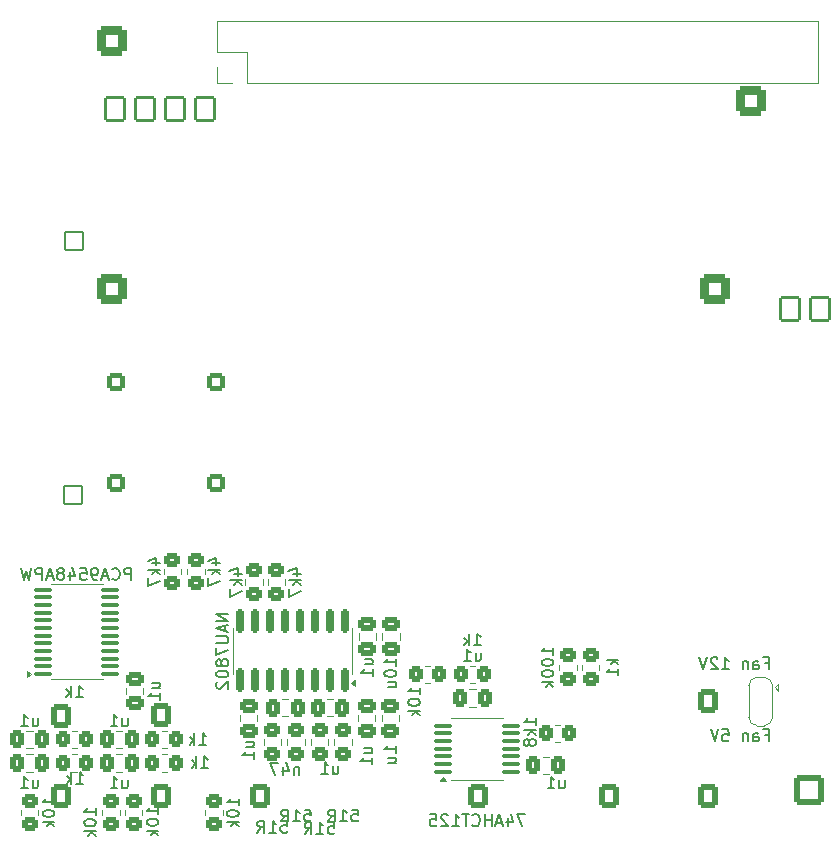
<source format=gbr>
%TF.GenerationSoftware,KiCad,Pcbnew,9.0.3*%
%TF.CreationDate,2025-07-12T01:01:34+02:00*%
%TF.ProjectId,FactoryInABoxHat,46616374-6f72-4794-996e-41426f784861,rev?*%
%TF.SameCoordinates,Original*%
%TF.FileFunction,Legend,Bot*%
%TF.FilePolarity,Positive*%
%FSLAX46Y46*%
G04 Gerber Fmt 4.6, Leading zero omitted, Abs format (unit mm)*
G04 Created by KiCad (PCBNEW 9.0.3) date 2025-07-12 01:01:34*
%MOMM*%
%LPD*%
G01*
G04 APERTURE LIST*
G04 Aperture macros list*
%AMRoundRect*
0 Rectangle with rounded corners*
0 $1 Rounding radius*
0 $2 $3 $4 $5 $6 $7 $8 $9 X,Y pos of 4 corners*
0 Add a 4 corners polygon primitive as box body*
4,1,4,$2,$3,$4,$5,$6,$7,$8,$9,$2,$3,0*
0 Add four circle primitives for the rounded corners*
1,1,$1+$1,$2,$3*
1,1,$1+$1,$4,$5*
1,1,$1+$1,$6,$7*
1,1,$1+$1,$8,$9*
0 Add four rect primitives between the rounded corners*
20,1,$1+$1,$2,$3,$4,$5,0*
20,1,$1+$1,$4,$5,$6,$7,0*
20,1,$1+$1,$6,$7,$8,$9,0*
20,1,$1+$1,$8,$9,$2,$3,0*%
%AMFreePoly0*
4,1,23,0.550000,-0.750000,0.000000,-0.750000,0.000000,-0.745722,-0.065263,-0.745722,-0.191342,-0.711940,-0.304381,-0.646677,-0.396677,-0.554381,-0.461940,-0.441342,-0.495722,-0.315263,-0.495722,-0.250000,-0.500000,-0.250000,-0.500000,0.250000,-0.495722,0.250000,-0.495722,0.315263,-0.461940,0.441342,-0.396677,0.554381,-0.304381,0.646677,-0.191342,0.711940,-0.065263,0.745722,0.000000,0.745722,
0.000000,0.750000,0.550000,0.750000,0.550000,-0.750000,0.550000,-0.750000,$1*%
%AMFreePoly1*
4,1,23,0.000000,0.745722,0.065263,0.745722,0.191342,0.711940,0.304381,0.646677,0.396677,0.554381,0.461940,0.441342,0.495722,0.315263,0.495722,0.250000,0.500000,0.250000,0.500000,-0.250000,0.495722,-0.250000,0.495722,-0.315263,0.461940,-0.441342,0.396677,-0.554381,0.304381,-0.646677,0.191342,-0.711940,0.065263,-0.745722,0.000000,-0.745722,0.000000,-0.750000,-0.550000,-0.750000,
-0.550000,0.750000,0.000000,0.750000,0.000000,0.745722,0.000000,0.745722,$1*%
G04 Aperture macros list end*
%ADD10C,0.150000*%
%ADD11C,0.120000*%
%ADD12RoundRect,0.250000X-0.600000X-0.725000X0.600000X-0.725000X0.600000X0.725000X-0.600000X0.725000X0*%
%ADD13O,1.700000X1.950000*%
%ADD14RoundRect,0.102000X0.965200X0.800000X-0.965200X0.800000X-0.965200X-0.800000X0.965200X-0.800000X0*%
%ADD15C,2.700000*%
%ADD16RoundRect,0.250000X-0.600000X-0.750000X0.600000X-0.750000X0.600000X0.750000X-0.600000X0.750000X0*%
%ADD17O,1.700000X2.000000*%
%ADD18RoundRect,0.250000X0.550000X0.550000X-0.550000X0.550000X-0.550000X-0.550000X0.550000X-0.550000X0*%
%ADD19C,1.600000*%
%ADD20RoundRect,0.102000X0.765000X0.765000X-0.765000X0.765000X-0.765000X-0.765000X0.765000X-0.765000X0*%
%ADD21C,1.734000*%
%ADD22RoundRect,0.250000X-0.550000X-0.550000X0.550000X-0.550000X0.550000X0.550000X-0.550000X0.550000X0*%
%ADD23RoundRect,0.250000X-1.050000X-1.050000X1.050000X-1.050000X1.050000X1.050000X-1.050000X1.050000X0*%
%ADD24C,2.600000*%
%ADD25C,3.000000*%
%ADD26RoundRect,0.381000X0.889000X0.889000X-0.889000X0.889000X-0.889000X-0.889000X0.889000X-0.889000X0*%
%ADD27R,1.905000X2.000000*%
%ADD28O,1.905000X2.000000*%
%ADD29RoundRect,0.102000X0.800000X-0.965200X0.800000X0.965200X-0.800000X0.965200X-0.800000X-0.965200X0*%
%ADD30C,2.800000*%
%ADD31RoundRect,0.250000X-0.725000X0.600000X-0.725000X-0.600000X0.725000X-0.600000X0.725000X0.600000X0*%
%ADD32O,1.950000X1.700000*%
%ADD33RoundRect,0.102000X-0.800000X0.965200X-0.800000X-0.965200X0.800000X-0.965200X0.800000X0.965200X0*%
%ADD34C,2.000000*%
%ADD35R,1.700000X1.700000*%
%ADD36O,1.700000X1.700000*%
%ADD37RoundRect,0.250000X0.350000X0.450000X-0.350000X0.450000X-0.350000X-0.450000X0.350000X-0.450000X0*%
%ADD38RoundRect,0.250000X-0.475000X0.337500X-0.475000X-0.337500X0.475000X-0.337500X0.475000X0.337500X0*%
%ADD39RoundRect,0.250000X-0.450000X0.350000X-0.450000X-0.350000X0.450000X-0.350000X0.450000X0.350000X0*%
%ADD40RoundRect,0.150000X0.150000X-0.850000X0.150000X0.850000X-0.150000X0.850000X-0.150000X-0.850000X0*%
%ADD41RoundRect,0.250000X0.450000X-0.350000X0.450000X0.350000X-0.450000X0.350000X-0.450000X-0.350000X0*%
%ADD42RoundRect,0.250000X0.337500X0.475000X-0.337500X0.475000X-0.337500X-0.475000X0.337500X-0.475000X0*%
%ADD43RoundRect,0.250000X-0.337500X-0.475000X0.337500X-0.475000X0.337500X0.475000X-0.337500X0.475000X0*%
%ADD44RoundRect,0.100000X-0.637500X-0.100000X0.637500X-0.100000X0.637500X0.100000X-0.637500X0.100000X0*%
%ADD45FreePoly0,270.000000*%
%ADD46R,1.500000X1.000000*%
%ADD47FreePoly1,270.000000*%
G04 APERTURE END LIST*
D10*
X53429887Y753991D02*
X53763220Y753991D01*
X53763220Y230181D02*
X53763220Y1230181D01*
X53763220Y1230181D02*
X53287030Y1230181D01*
X52477506Y230181D02*
X52477506Y753991D01*
X52477506Y753991D02*
X52525125Y849229D01*
X52525125Y849229D02*
X52620363Y896848D01*
X52620363Y896848D02*
X52810839Y896848D01*
X52810839Y896848D02*
X52906077Y849229D01*
X52477506Y277800D02*
X52572744Y230181D01*
X52572744Y230181D02*
X52810839Y230181D01*
X52810839Y230181D02*
X52906077Y277800D01*
X52906077Y277800D02*
X52953696Y373039D01*
X52953696Y373039D02*
X52953696Y468277D01*
X52953696Y468277D02*
X52906077Y563515D01*
X52906077Y563515D02*
X52810839Y611134D01*
X52810839Y611134D02*
X52572744Y611134D01*
X52572744Y611134D02*
X52477506Y658753D01*
X52001315Y896848D02*
X52001315Y230181D01*
X52001315Y801610D02*
X51953696Y849229D01*
X51953696Y849229D02*
X51858458Y896848D01*
X51858458Y896848D02*
X51715601Y896848D01*
X51715601Y896848D02*
X51620363Y849229D01*
X51620363Y849229D02*
X51572744Y753991D01*
X51572744Y753991D02*
X51572744Y230181D01*
X49810839Y230181D02*
X50382267Y230181D01*
X50096553Y230181D02*
X50096553Y1230181D01*
X50096553Y1230181D02*
X50191791Y1087324D01*
X50191791Y1087324D02*
X50287029Y992086D01*
X50287029Y992086D02*
X50382267Y944467D01*
X49429886Y1134943D02*
X49382267Y1182562D01*
X49382267Y1182562D02*
X49287029Y1230181D01*
X49287029Y1230181D02*
X49048934Y1230181D01*
X49048934Y1230181D02*
X48953696Y1182562D01*
X48953696Y1182562D02*
X48906077Y1134943D01*
X48906077Y1134943D02*
X48858458Y1039705D01*
X48858458Y1039705D02*
X48858458Y944467D01*
X48858458Y944467D02*
X48906077Y801610D01*
X48906077Y801610D02*
X49477505Y230181D01*
X49477505Y230181D02*
X48858458Y230181D01*
X48572743Y1230181D02*
X48239410Y230181D01*
X48239410Y230181D02*
X47906077Y1230181D01*
X53429887Y-5346009D02*
X53763220Y-5346009D01*
X53763220Y-5869819D02*
X53763220Y-4869819D01*
X53763220Y-4869819D02*
X53287030Y-4869819D01*
X52477506Y-5869819D02*
X52477506Y-5346009D01*
X52477506Y-5346009D02*
X52525125Y-5250771D01*
X52525125Y-5250771D02*
X52620363Y-5203152D01*
X52620363Y-5203152D02*
X52810839Y-5203152D01*
X52810839Y-5203152D02*
X52906077Y-5250771D01*
X52477506Y-5822200D02*
X52572744Y-5869819D01*
X52572744Y-5869819D02*
X52810839Y-5869819D01*
X52810839Y-5869819D02*
X52906077Y-5822200D01*
X52906077Y-5822200D02*
X52953696Y-5726961D01*
X52953696Y-5726961D02*
X52953696Y-5631723D01*
X52953696Y-5631723D02*
X52906077Y-5536485D01*
X52906077Y-5536485D02*
X52810839Y-5488866D01*
X52810839Y-5488866D02*
X52572744Y-5488866D01*
X52572744Y-5488866D02*
X52477506Y-5441247D01*
X52001315Y-5203152D02*
X52001315Y-5869819D01*
X52001315Y-5298390D02*
X51953696Y-5250771D01*
X51953696Y-5250771D02*
X51858458Y-5203152D01*
X51858458Y-5203152D02*
X51715601Y-5203152D01*
X51715601Y-5203152D02*
X51620363Y-5250771D01*
X51620363Y-5250771D02*
X51572744Y-5346009D01*
X51572744Y-5346009D02*
X51572744Y-5869819D01*
X49858458Y-4869819D02*
X50334648Y-4869819D01*
X50334648Y-4869819D02*
X50382267Y-5346009D01*
X50382267Y-5346009D02*
X50334648Y-5298390D01*
X50334648Y-5298390D02*
X50239410Y-5250771D01*
X50239410Y-5250771D02*
X50001315Y-5250771D01*
X50001315Y-5250771D02*
X49906077Y-5298390D01*
X49906077Y-5298390D02*
X49858458Y-5346009D01*
X49858458Y-5346009D02*
X49810839Y-5441247D01*
X49810839Y-5441247D02*
X49810839Y-5679342D01*
X49810839Y-5679342D02*
X49858458Y-5774580D01*
X49858458Y-5774580D02*
X49906077Y-5822200D01*
X49906077Y-5822200D02*
X50001315Y-5869819D01*
X50001315Y-5869819D02*
X50239410Y-5869819D01*
X50239410Y-5869819D02*
X50334648Y-5822200D01*
X50334648Y-5822200D02*
X50382267Y-5774580D01*
X49525124Y-4869819D02*
X49191791Y-5869819D01*
X49191791Y-5869819D02*
X48858458Y-4869819D01*
X34054819Y-4504761D02*
X34054819Y-3933333D01*
X34054819Y-4219047D02*
X33054819Y-4219047D01*
X33054819Y-4219047D02*
X33197676Y-4123809D01*
X33197676Y-4123809D02*
X33292914Y-4028571D01*
X33292914Y-4028571D02*
X33340533Y-3933333D01*
X34054819Y-4933333D02*
X33054819Y-4933333D01*
X33673866Y-5028571D02*
X34054819Y-5314285D01*
X33388152Y-5314285D02*
X33769104Y-4933333D01*
X33483390Y-5885714D02*
X33435771Y-5790476D01*
X33435771Y-5790476D02*
X33388152Y-5742857D01*
X33388152Y-5742857D02*
X33292914Y-5695238D01*
X33292914Y-5695238D02*
X33245295Y-5695238D01*
X33245295Y-5695238D02*
X33150057Y-5742857D01*
X33150057Y-5742857D02*
X33102438Y-5790476D01*
X33102438Y-5790476D02*
X33054819Y-5885714D01*
X33054819Y-5885714D02*
X33054819Y-6076190D01*
X33054819Y-6076190D02*
X33102438Y-6171428D01*
X33102438Y-6171428D02*
X33150057Y-6219047D01*
X33150057Y-6219047D02*
X33245295Y-6266666D01*
X33245295Y-6266666D02*
X33292914Y-6266666D01*
X33292914Y-6266666D02*
X33388152Y-6219047D01*
X33388152Y-6219047D02*
X33435771Y-6171428D01*
X33435771Y-6171428D02*
X33483390Y-6076190D01*
X33483390Y-6076190D02*
X33483390Y-5885714D01*
X33483390Y-5885714D02*
X33531009Y-5790476D01*
X33531009Y-5790476D02*
X33578628Y-5742857D01*
X33578628Y-5742857D02*
X33673866Y-5695238D01*
X33673866Y-5695238D02*
X33864342Y-5695238D01*
X33864342Y-5695238D02*
X33959580Y-5742857D01*
X33959580Y-5742857D02*
X34007200Y-5790476D01*
X34007200Y-5790476D02*
X34054819Y-5885714D01*
X34054819Y-5885714D02*
X34054819Y-6076190D01*
X34054819Y-6076190D02*
X34007200Y-6171428D01*
X34007200Y-6171428D02*
X33959580Y-6219047D01*
X33959580Y-6219047D02*
X33864342Y-6266666D01*
X33864342Y-6266666D02*
X33673866Y-6266666D01*
X33673866Y-6266666D02*
X33578628Y-6219047D01*
X33578628Y-6219047D02*
X33531009Y-6171428D01*
X33531009Y-6171428D02*
X33483390Y-6076190D01*
X19613152Y661905D02*
X20279819Y661905D01*
X19613152Y1090476D02*
X20136961Y1090476D01*
X20136961Y1090476D02*
X20232200Y1042857D01*
X20232200Y1042857D02*
X20279819Y947619D01*
X20279819Y947619D02*
X20279819Y804762D01*
X20279819Y804762D02*
X20232200Y709524D01*
X20232200Y709524D02*
X20184580Y661905D01*
X20279819Y-338095D02*
X20279819Y233333D01*
X20279819Y-52381D02*
X19279819Y-52381D01*
X19279819Y-52381D02*
X19422676Y42857D01*
X19422676Y42857D02*
X19517914Y138095D01*
X19517914Y138095D02*
X19565533Y233333D01*
X22229819Y542858D02*
X22229819Y1114286D01*
X22229819Y828572D02*
X21229819Y828572D01*
X21229819Y828572D02*
X21372676Y923810D01*
X21372676Y923810D02*
X21467914Y1019048D01*
X21467914Y1019048D02*
X21515533Y1114286D01*
X21229819Y-76190D02*
X21229819Y-171428D01*
X21229819Y-171428D02*
X21277438Y-266666D01*
X21277438Y-266666D02*
X21325057Y-314285D01*
X21325057Y-314285D02*
X21420295Y-361904D01*
X21420295Y-361904D02*
X21610771Y-409523D01*
X21610771Y-409523D02*
X21848866Y-409523D01*
X21848866Y-409523D02*
X22039342Y-361904D01*
X22039342Y-361904D02*
X22134580Y-314285D01*
X22134580Y-314285D02*
X22182200Y-266666D01*
X22182200Y-266666D02*
X22229819Y-171428D01*
X22229819Y-171428D02*
X22229819Y-76190D01*
X22229819Y-76190D02*
X22182200Y19048D01*
X22182200Y19048D02*
X22134580Y66667D01*
X22134580Y66667D02*
X22039342Y114286D01*
X22039342Y114286D02*
X21848866Y161905D01*
X21848866Y161905D02*
X21610771Y161905D01*
X21610771Y161905D02*
X21420295Y114286D01*
X21420295Y114286D02*
X21325057Y66667D01*
X21325057Y66667D02*
X21277438Y19048D01*
X21277438Y19048D02*
X21229819Y-76190D01*
X21563152Y-1266666D02*
X22229819Y-1266666D01*
X21563152Y-838095D02*
X22086961Y-838095D01*
X22086961Y-838095D02*
X22182200Y-885714D01*
X22182200Y-885714D02*
X22229819Y-980952D01*
X22229819Y-980952D02*
X22229819Y-1123809D01*
X22229819Y-1123809D02*
X22182200Y-1219047D01*
X22182200Y-1219047D02*
X22134580Y-1266666D01*
X35554819Y1471429D02*
X35554819Y2042857D01*
X35554819Y1757143D02*
X34554819Y1757143D01*
X34554819Y1757143D02*
X34697676Y1852381D01*
X34697676Y1852381D02*
X34792914Y1947619D01*
X34792914Y1947619D02*
X34840533Y2042857D01*
X34554819Y852381D02*
X34554819Y757143D01*
X34554819Y757143D02*
X34602438Y661905D01*
X34602438Y661905D02*
X34650057Y614286D01*
X34650057Y614286D02*
X34745295Y566667D01*
X34745295Y566667D02*
X34935771Y519048D01*
X34935771Y519048D02*
X35173866Y519048D01*
X35173866Y519048D02*
X35364342Y566667D01*
X35364342Y566667D02*
X35459580Y614286D01*
X35459580Y614286D02*
X35507200Y661905D01*
X35507200Y661905D02*
X35554819Y757143D01*
X35554819Y757143D02*
X35554819Y852381D01*
X35554819Y852381D02*
X35507200Y947619D01*
X35507200Y947619D02*
X35459580Y995238D01*
X35459580Y995238D02*
X35364342Y1042857D01*
X35364342Y1042857D02*
X35173866Y1090476D01*
X35173866Y1090476D02*
X34935771Y1090476D01*
X34935771Y1090476D02*
X34745295Y1042857D01*
X34745295Y1042857D02*
X34650057Y995238D01*
X34650057Y995238D02*
X34602438Y947619D01*
X34602438Y947619D02*
X34554819Y852381D01*
X34554819Y-100000D02*
X34554819Y-195238D01*
X34554819Y-195238D02*
X34602438Y-290476D01*
X34602438Y-290476D02*
X34650057Y-338095D01*
X34650057Y-338095D02*
X34745295Y-385714D01*
X34745295Y-385714D02*
X34935771Y-433333D01*
X34935771Y-433333D02*
X35173866Y-433333D01*
X35173866Y-433333D02*
X35364342Y-385714D01*
X35364342Y-385714D02*
X35459580Y-338095D01*
X35459580Y-338095D02*
X35507200Y-290476D01*
X35507200Y-290476D02*
X35554819Y-195238D01*
X35554819Y-195238D02*
X35554819Y-100000D01*
X35554819Y-100000D02*
X35507200Y-4762D01*
X35507200Y-4762D02*
X35459580Y42857D01*
X35459580Y42857D02*
X35364342Y90476D01*
X35364342Y90476D02*
X35173866Y138095D01*
X35173866Y138095D02*
X34935771Y138095D01*
X34935771Y138095D02*
X34745295Y90476D01*
X34745295Y90476D02*
X34650057Y42857D01*
X34650057Y42857D02*
X34602438Y-4762D01*
X34602438Y-4762D02*
X34554819Y-100000D01*
X35554819Y-861905D02*
X34554819Y-861905D01*
X35173866Y-957143D02*
X35554819Y-1242857D01*
X34888152Y-1242857D02*
X35269104Y-861905D01*
X-6695181Y-11304761D02*
X-6695181Y-10733333D01*
X-6695181Y-11019047D02*
X-7695181Y-11019047D01*
X-7695181Y-11019047D02*
X-7552324Y-10923809D01*
X-7552324Y-10923809D02*
X-7457086Y-10828571D01*
X-7457086Y-10828571D02*
X-7409467Y-10733333D01*
X-7695181Y-11923809D02*
X-7695181Y-12019047D01*
X-7695181Y-12019047D02*
X-7647562Y-12114285D01*
X-7647562Y-12114285D02*
X-7599943Y-12161904D01*
X-7599943Y-12161904D02*
X-7504705Y-12209523D01*
X-7504705Y-12209523D02*
X-7314229Y-12257142D01*
X-7314229Y-12257142D02*
X-7076134Y-12257142D01*
X-7076134Y-12257142D02*
X-6885658Y-12209523D01*
X-6885658Y-12209523D02*
X-6790420Y-12161904D01*
X-6790420Y-12161904D02*
X-6742800Y-12114285D01*
X-6742800Y-12114285D02*
X-6695181Y-12019047D01*
X-6695181Y-12019047D02*
X-6695181Y-11923809D01*
X-6695181Y-11923809D02*
X-6742800Y-11828571D01*
X-6742800Y-11828571D02*
X-6790420Y-11780952D01*
X-6790420Y-11780952D02*
X-6885658Y-11733333D01*
X-6885658Y-11733333D02*
X-7076134Y-11685714D01*
X-7076134Y-11685714D02*
X-7314229Y-11685714D01*
X-7314229Y-11685714D02*
X-7504705Y-11733333D01*
X-7504705Y-11733333D02*
X-7599943Y-11780952D01*
X-7599943Y-11780952D02*
X-7647562Y-11828571D01*
X-7647562Y-11828571D02*
X-7695181Y-11923809D01*
X-6695181Y-12685714D02*
X-7695181Y-12685714D01*
X-7076134Y-12780952D02*
X-6695181Y-13066666D01*
X-7361848Y-13066666D02*
X-6980896Y-12685714D01*
X8004819Y4917857D02*
X7004819Y4917857D01*
X7004819Y4917857D02*
X8004819Y4346429D01*
X8004819Y4346429D02*
X7004819Y4346429D01*
X7719104Y3917857D02*
X7719104Y3441667D01*
X8004819Y4013095D02*
X7004819Y3679762D01*
X7004819Y3679762D02*
X8004819Y3346429D01*
X7004819Y3013095D02*
X7814342Y3013095D01*
X7814342Y3013095D02*
X7909580Y2965476D01*
X7909580Y2965476D02*
X7957200Y2917857D01*
X7957200Y2917857D02*
X8004819Y2822619D01*
X8004819Y2822619D02*
X8004819Y2632143D01*
X8004819Y2632143D02*
X7957200Y2536905D01*
X7957200Y2536905D02*
X7909580Y2489286D01*
X7909580Y2489286D02*
X7814342Y2441667D01*
X7814342Y2441667D02*
X7004819Y2441667D01*
X7004819Y2060714D02*
X7004819Y1394048D01*
X7004819Y1394048D02*
X8004819Y1822619D01*
X7433390Y870238D02*
X7385771Y965476D01*
X7385771Y965476D02*
X7338152Y1013095D01*
X7338152Y1013095D02*
X7242914Y1060714D01*
X7242914Y1060714D02*
X7195295Y1060714D01*
X7195295Y1060714D02*
X7100057Y1013095D01*
X7100057Y1013095D02*
X7052438Y965476D01*
X7052438Y965476D02*
X7004819Y870238D01*
X7004819Y870238D02*
X7004819Y679762D01*
X7004819Y679762D02*
X7052438Y584524D01*
X7052438Y584524D02*
X7100057Y536905D01*
X7100057Y536905D02*
X7195295Y489286D01*
X7195295Y489286D02*
X7242914Y489286D01*
X7242914Y489286D02*
X7338152Y536905D01*
X7338152Y536905D02*
X7385771Y584524D01*
X7385771Y584524D02*
X7433390Y679762D01*
X7433390Y679762D02*
X7433390Y870238D01*
X7433390Y870238D02*
X7481009Y965476D01*
X7481009Y965476D02*
X7528628Y1013095D01*
X7528628Y1013095D02*
X7623866Y1060714D01*
X7623866Y1060714D02*
X7814342Y1060714D01*
X7814342Y1060714D02*
X7909580Y1013095D01*
X7909580Y1013095D02*
X7957200Y965476D01*
X7957200Y965476D02*
X8004819Y870238D01*
X8004819Y870238D02*
X8004819Y679762D01*
X8004819Y679762D02*
X7957200Y584524D01*
X7957200Y584524D02*
X7909580Y536905D01*
X7909580Y536905D02*
X7814342Y489286D01*
X7814342Y489286D02*
X7623866Y489286D01*
X7623866Y489286D02*
X7528628Y536905D01*
X7528628Y536905D02*
X7481009Y584524D01*
X7481009Y584524D02*
X7433390Y679762D01*
X7004819Y-129762D02*
X7004819Y-225000D01*
X7004819Y-225000D02*
X7052438Y-320238D01*
X7052438Y-320238D02*
X7100057Y-367857D01*
X7100057Y-367857D02*
X7195295Y-415476D01*
X7195295Y-415476D02*
X7385771Y-463095D01*
X7385771Y-463095D02*
X7623866Y-463095D01*
X7623866Y-463095D02*
X7814342Y-415476D01*
X7814342Y-415476D02*
X7909580Y-367857D01*
X7909580Y-367857D02*
X7957200Y-320238D01*
X7957200Y-320238D02*
X8004819Y-225000D01*
X8004819Y-225000D02*
X8004819Y-129762D01*
X8004819Y-129762D02*
X7957200Y-34524D01*
X7957200Y-34524D02*
X7909580Y13095D01*
X7909580Y13095D02*
X7814342Y60714D01*
X7814342Y60714D02*
X7623866Y108333D01*
X7623866Y108333D02*
X7385771Y108333D01*
X7385771Y108333D02*
X7195295Y60714D01*
X7195295Y60714D02*
X7100057Y13095D01*
X7100057Y13095D02*
X7052438Y-34524D01*
X7052438Y-34524D02*
X7004819Y-129762D01*
X7100057Y-844048D02*
X7052438Y-891667D01*
X7052438Y-891667D02*
X7004819Y-986905D01*
X7004819Y-986905D02*
X7004819Y-1225000D01*
X7004819Y-1225000D02*
X7052438Y-1320238D01*
X7052438Y-1320238D02*
X7100057Y-1367857D01*
X7100057Y-1367857D02*
X7195295Y-1415476D01*
X7195295Y-1415476D02*
X7290533Y-1415476D01*
X7290533Y-1415476D02*
X7433390Y-1367857D01*
X7433390Y-1367857D02*
X8004819Y-796429D01*
X8004819Y-796429D02*
X8004819Y-1415476D01*
X-4880953Y-2154819D02*
X-4309525Y-2154819D01*
X-4595239Y-2154819D02*
X-4595239Y-1154819D01*
X-4595239Y-1154819D02*
X-4500001Y-1297676D01*
X-4500001Y-1297676D02*
X-4404763Y-1392914D01*
X-4404763Y-1392914D02*
X-4309525Y-1440533D01*
X-5309525Y-2154819D02*
X-5309525Y-1154819D01*
X-5404763Y-1773866D02*
X-5690477Y-2154819D01*
X-5690477Y-1488152D02*
X-5309525Y-1869104D01*
X18488095Y-11654819D02*
X18964285Y-11654819D01*
X18964285Y-11654819D02*
X19011904Y-12131009D01*
X19011904Y-12131009D02*
X18964285Y-12083390D01*
X18964285Y-12083390D02*
X18869047Y-12035771D01*
X18869047Y-12035771D02*
X18630952Y-12035771D01*
X18630952Y-12035771D02*
X18535714Y-12083390D01*
X18535714Y-12083390D02*
X18488095Y-12131009D01*
X18488095Y-12131009D02*
X18440476Y-12226247D01*
X18440476Y-12226247D02*
X18440476Y-12464342D01*
X18440476Y-12464342D02*
X18488095Y-12559580D01*
X18488095Y-12559580D02*
X18535714Y-12607200D01*
X18535714Y-12607200D02*
X18630952Y-12654819D01*
X18630952Y-12654819D02*
X18869047Y-12654819D01*
X18869047Y-12654819D02*
X18964285Y-12607200D01*
X18964285Y-12607200D02*
X19011904Y-12559580D01*
X17488095Y-12654819D02*
X18059523Y-12654819D01*
X17773809Y-12654819D02*
X17773809Y-11654819D01*
X17773809Y-11654819D02*
X17869047Y-11797676D01*
X17869047Y-11797676D02*
X17964285Y-11892914D01*
X17964285Y-11892914D02*
X18059523Y-11940533D01*
X16488095Y-12654819D02*
X16821428Y-12178628D01*
X17059523Y-12654819D02*
X17059523Y-11654819D01*
X17059523Y-11654819D02*
X16678571Y-11654819D01*
X16678571Y-11654819D02*
X16583333Y-11702438D01*
X16583333Y-11702438D02*
X16535714Y-11750057D01*
X16535714Y-11750057D02*
X16488095Y-11845295D01*
X16488095Y-11845295D02*
X16488095Y-11988152D01*
X16488095Y-11988152D02*
X16535714Y-12083390D01*
X16535714Y-12083390D02*
X16583333Y-12131009D01*
X16583333Y-12131009D02*
X16678571Y-12178628D01*
X16678571Y-12178628D02*
X17059523Y-12178628D01*
X28961904Y1611848D02*
X28961904Y945181D01*
X29390475Y1611848D02*
X29390475Y1088039D01*
X29390475Y1088039D02*
X29342856Y992800D01*
X29342856Y992800D02*
X29247618Y945181D01*
X29247618Y945181D02*
X29104761Y945181D01*
X29104761Y945181D02*
X29009523Y992800D01*
X29009523Y992800D02*
X28961904Y1040420D01*
X27961904Y945181D02*
X28533332Y945181D01*
X28247618Y945181D02*
X28247618Y1945181D01*
X28247618Y1945181D02*
X28342856Y1802324D01*
X28342856Y1802324D02*
X28438094Y1707086D01*
X28438094Y1707086D02*
X28533332Y1659467D01*
X24254819Y-1904761D02*
X24254819Y-1333333D01*
X24254819Y-1619047D02*
X23254819Y-1619047D01*
X23254819Y-1619047D02*
X23397676Y-1523809D01*
X23397676Y-1523809D02*
X23492914Y-1428571D01*
X23492914Y-1428571D02*
X23540533Y-1333333D01*
X23254819Y-2523809D02*
X23254819Y-2619047D01*
X23254819Y-2619047D02*
X23302438Y-2714285D01*
X23302438Y-2714285D02*
X23350057Y-2761904D01*
X23350057Y-2761904D02*
X23445295Y-2809523D01*
X23445295Y-2809523D02*
X23635771Y-2857142D01*
X23635771Y-2857142D02*
X23873866Y-2857142D01*
X23873866Y-2857142D02*
X24064342Y-2809523D01*
X24064342Y-2809523D02*
X24159580Y-2761904D01*
X24159580Y-2761904D02*
X24207200Y-2714285D01*
X24207200Y-2714285D02*
X24254819Y-2619047D01*
X24254819Y-2619047D02*
X24254819Y-2523809D01*
X24254819Y-2523809D02*
X24207200Y-2428571D01*
X24207200Y-2428571D02*
X24159580Y-2380952D01*
X24159580Y-2380952D02*
X24064342Y-2333333D01*
X24064342Y-2333333D02*
X23873866Y-2285714D01*
X23873866Y-2285714D02*
X23635771Y-2285714D01*
X23635771Y-2285714D02*
X23445295Y-2333333D01*
X23445295Y-2333333D02*
X23350057Y-2380952D01*
X23350057Y-2380952D02*
X23302438Y-2428571D01*
X23302438Y-2428571D02*
X23254819Y-2523809D01*
X24254819Y-3285714D02*
X23254819Y-3285714D01*
X23873866Y-3380952D02*
X24254819Y-3666666D01*
X23588152Y-3666666D02*
X23969104Y-3285714D01*
X36061904Y-9188152D02*
X36061904Y-9854819D01*
X36490475Y-9188152D02*
X36490475Y-9711961D01*
X36490475Y-9711961D02*
X36442856Y-9807200D01*
X36442856Y-9807200D02*
X36347618Y-9854819D01*
X36347618Y-9854819D02*
X36204761Y-9854819D01*
X36204761Y-9854819D02*
X36109523Y-9807200D01*
X36109523Y-9807200D02*
X36061904Y-9759580D01*
X35061904Y-9854819D02*
X35633332Y-9854819D01*
X35347618Y-9854819D02*
X35347618Y-8854819D01*
X35347618Y-8854819D02*
X35442856Y-8997676D01*
X35442856Y-8997676D02*
X35538094Y-9092914D01*
X35538094Y-9092914D02*
X35633332Y-9140533D01*
X16911904Y-7938152D02*
X16911904Y-8604819D01*
X17340475Y-7938152D02*
X17340475Y-8461961D01*
X17340475Y-8461961D02*
X17292856Y-8557200D01*
X17292856Y-8557200D02*
X17197618Y-8604819D01*
X17197618Y-8604819D02*
X17054761Y-8604819D01*
X17054761Y-8604819D02*
X16959523Y-8557200D01*
X16959523Y-8557200D02*
X16911904Y-8509580D01*
X15911904Y-8604819D02*
X16483332Y-8604819D01*
X16197618Y-8604819D02*
X16197618Y-7604819D01*
X16197618Y-7604819D02*
X16292856Y-7747676D01*
X16292856Y-7747676D02*
X16388094Y-7842914D01*
X16388094Y-7842914D02*
X16483332Y-7890533D01*
X28819047Y2245181D02*
X29390475Y2245181D01*
X29104761Y2245181D02*
X29104761Y3245181D01*
X29104761Y3245181D02*
X29199999Y3102324D01*
X29199999Y3102324D02*
X29295237Y3007086D01*
X29295237Y3007086D02*
X29390475Y2959467D01*
X28390475Y2245181D02*
X28390475Y3245181D01*
X28295237Y2626134D02*
X28009523Y2245181D01*
X28009523Y2911848D02*
X28390475Y2530896D01*
X5569047Y-6154819D02*
X6140475Y-6154819D01*
X5854761Y-6154819D02*
X5854761Y-5154819D01*
X5854761Y-5154819D02*
X5949999Y-5297676D01*
X5949999Y-5297676D02*
X6045237Y-5392914D01*
X6045237Y-5392914D02*
X6140475Y-5440533D01*
X5140475Y-6154819D02*
X5140475Y-5154819D01*
X5045237Y-5773866D02*
X4759523Y-6154819D01*
X4759523Y-5488152D02*
X5140475Y-5869104D01*
X1568152Y-1338095D02*
X2234819Y-1338095D01*
X1568152Y-909524D02*
X2091961Y-909524D01*
X2091961Y-909524D02*
X2187200Y-957143D01*
X2187200Y-957143D02*
X2234819Y-1052381D01*
X2234819Y-1052381D02*
X2234819Y-1195238D01*
X2234819Y-1195238D02*
X2187200Y-1290476D01*
X2187200Y-1290476D02*
X2139580Y-1338095D01*
X2234819Y-2338095D02*
X2234819Y-1766667D01*
X2234819Y-2052381D02*
X1234819Y-2052381D01*
X1234819Y-2052381D02*
X1377676Y-1957143D01*
X1377676Y-1957143D02*
X1472914Y-1861905D01*
X1472914Y-1861905D02*
X1520533Y-1766667D01*
X-8538096Y-9168152D02*
X-8538096Y-9834819D01*
X-8109525Y-9168152D02*
X-8109525Y-9691961D01*
X-8109525Y-9691961D02*
X-8157144Y-9787200D01*
X-8157144Y-9787200D02*
X-8252382Y-9834819D01*
X-8252382Y-9834819D02*
X-8395239Y-9834819D01*
X-8395239Y-9834819D02*
X-8490477Y-9787200D01*
X-8490477Y-9787200D02*
X-8538096Y-9739580D01*
X-9538096Y-9834819D02*
X-8966668Y-9834819D01*
X-9252382Y-9834819D02*
X-9252382Y-8834819D01*
X-9252382Y-8834819D02*
X-9157144Y-8977676D01*
X-9157144Y-8977676D02*
X-9061906Y-9072914D01*
X-9061906Y-9072914D02*
X-8966668Y-9120533D01*
X5719047Y-8154819D02*
X6290475Y-8154819D01*
X6004761Y-8154819D02*
X6004761Y-7154819D01*
X6004761Y-7154819D02*
X6099999Y-7297676D01*
X6099999Y-7297676D02*
X6195237Y-7392914D01*
X6195237Y-7392914D02*
X6290475Y-7440533D01*
X5290475Y-8154819D02*
X5290475Y-7154819D01*
X5195237Y-7773866D02*
X4909523Y-8154819D01*
X4909523Y-7488152D02*
X5290475Y-7869104D01*
X12488095Y-12604819D02*
X12964285Y-12604819D01*
X12964285Y-12604819D02*
X13011904Y-13081009D01*
X13011904Y-13081009D02*
X12964285Y-13033390D01*
X12964285Y-13033390D02*
X12869047Y-12985771D01*
X12869047Y-12985771D02*
X12630952Y-12985771D01*
X12630952Y-12985771D02*
X12535714Y-13033390D01*
X12535714Y-13033390D02*
X12488095Y-13081009D01*
X12488095Y-13081009D02*
X12440476Y-13176247D01*
X12440476Y-13176247D02*
X12440476Y-13414342D01*
X12440476Y-13414342D02*
X12488095Y-13509580D01*
X12488095Y-13509580D02*
X12535714Y-13557200D01*
X12535714Y-13557200D02*
X12630952Y-13604819D01*
X12630952Y-13604819D02*
X12869047Y-13604819D01*
X12869047Y-13604819D02*
X12964285Y-13557200D01*
X12964285Y-13557200D02*
X13011904Y-13509580D01*
X11488095Y-13604819D02*
X12059523Y-13604819D01*
X11773809Y-13604819D02*
X11773809Y-12604819D01*
X11773809Y-12604819D02*
X11869047Y-12747676D01*
X11869047Y-12747676D02*
X11964285Y-12842914D01*
X11964285Y-12842914D02*
X12059523Y-12890533D01*
X10488095Y-13604819D02*
X10821428Y-13128628D01*
X11059523Y-13604819D02*
X11059523Y-12604819D01*
X11059523Y-12604819D02*
X10678571Y-12604819D01*
X10678571Y-12604819D02*
X10583333Y-12652438D01*
X10583333Y-12652438D02*
X10535714Y-12700057D01*
X10535714Y-12700057D02*
X10488095Y-12795295D01*
X10488095Y-12795295D02*
X10488095Y-12938152D01*
X10488095Y-12938152D02*
X10535714Y-13033390D01*
X10535714Y-13033390D02*
X10583333Y-13081009D01*
X10583333Y-13081009D02*
X10678571Y-13128628D01*
X10678571Y-13128628D02*
X11059523Y-13128628D01*
X8488152Y8290477D02*
X9154819Y8290477D01*
X8107200Y8528572D02*
X8821485Y8766667D01*
X8821485Y8766667D02*
X8821485Y8147620D01*
X9154819Y7766667D02*
X8154819Y7766667D01*
X8773866Y7671429D02*
X9154819Y7385715D01*
X8488152Y7385715D02*
X8869104Y7766667D01*
X8154819Y7052381D02*
X8154819Y6385715D01*
X8154819Y6385715D02*
X9154819Y6814286D01*
X-3195181Y-12104761D02*
X-3195181Y-11533333D01*
X-3195181Y-11819047D02*
X-4195181Y-11819047D01*
X-4195181Y-11819047D02*
X-4052324Y-11723809D01*
X-4052324Y-11723809D02*
X-3957086Y-11628571D01*
X-3957086Y-11628571D02*
X-3909467Y-11533333D01*
X-4195181Y-12723809D02*
X-4195181Y-12819047D01*
X-4195181Y-12819047D02*
X-4147562Y-12914285D01*
X-4147562Y-12914285D02*
X-4099943Y-12961904D01*
X-4099943Y-12961904D02*
X-4004705Y-13009523D01*
X-4004705Y-13009523D02*
X-3814229Y-13057142D01*
X-3814229Y-13057142D02*
X-3576134Y-13057142D01*
X-3576134Y-13057142D02*
X-3385658Y-13009523D01*
X-3385658Y-13009523D02*
X-3290420Y-12961904D01*
X-3290420Y-12961904D02*
X-3242800Y-12914285D01*
X-3242800Y-12914285D02*
X-3195181Y-12819047D01*
X-3195181Y-12819047D02*
X-3195181Y-12723809D01*
X-3195181Y-12723809D02*
X-3242800Y-12628571D01*
X-3242800Y-12628571D02*
X-3290420Y-12580952D01*
X-3290420Y-12580952D02*
X-3385658Y-12533333D01*
X-3385658Y-12533333D02*
X-3576134Y-12485714D01*
X-3576134Y-12485714D02*
X-3814229Y-12485714D01*
X-3814229Y-12485714D02*
X-4004705Y-12533333D01*
X-4004705Y-12533333D02*
X-4099943Y-12580952D01*
X-4099943Y-12580952D02*
X-4147562Y-12628571D01*
X-4147562Y-12628571D02*
X-4195181Y-12723809D01*
X-3195181Y-13485714D02*
X-4195181Y-13485714D01*
X-3576134Y-13580952D02*
X-3195181Y-13866666D01*
X-3861848Y-13866666D02*
X-3480896Y-13485714D01*
X14016666Y-8038152D02*
X14016666Y-8704819D01*
X14016666Y-8133390D02*
X13969047Y-8085771D01*
X13969047Y-8085771D02*
X13873809Y-8038152D01*
X13873809Y-8038152D02*
X13730952Y-8038152D01*
X13730952Y-8038152D02*
X13635714Y-8085771D01*
X13635714Y-8085771D02*
X13588095Y-8181009D01*
X13588095Y-8181009D02*
X13588095Y-8704819D01*
X12683333Y-8038152D02*
X12683333Y-8704819D01*
X12921428Y-7657200D02*
X13159523Y-8371485D01*
X13159523Y-8371485D02*
X12540476Y-8371485D01*
X12254761Y-7704819D02*
X11588095Y-7704819D01*
X11588095Y-7704819D02*
X12016666Y-8704819D01*
X6669189Y9190477D02*
X7335856Y9190477D01*
X6288237Y9428572D02*
X7002522Y9666667D01*
X7002522Y9666667D02*
X7002522Y9047620D01*
X7335856Y8666667D02*
X6335856Y8666667D01*
X6954903Y8571429D02*
X7335856Y8285715D01*
X6669189Y8285715D02*
X7050141Y8666667D01*
X6335856Y7952381D02*
X6335856Y7285715D01*
X6335856Y7285715D02*
X7335856Y7714286D01*
X1569189Y9190477D02*
X2235856Y9190477D01*
X1188237Y9428572D02*
X1902522Y9666667D01*
X1902522Y9666667D02*
X1902522Y9047620D01*
X2235856Y8666667D02*
X1235856Y8666667D01*
X1854903Y8571429D02*
X2235856Y8285715D01*
X1569189Y8285715D02*
X1950141Y8666667D01*
X1235856Y7952381D02*
X1235856Y7285715D01*
X1235856Y7285715D02*
X2235856Y7714286D01*
X13488152Y8290477D02*
X14154819Y8290477D01*
X13107200Y8528572D02*
X13821485Y8766667D01*
X13821485Y8766667D02*
X13821485Y8147620D01*
X14154819Y7766667D02*
X13154819Y7766667D01*
X13773866Y7671429D02*
X14154819Y7385715D01*
X13488152Y7385715D02*
X13869104Y7766667D01*
X13154819Y7052381D02*
X13154819Y6385715D01*
X13154819Y6385715D02*
X14154819Y6814286D01*
X-4830953Y-9454819D02*
X-4259525Y-9454819D01*
X-4545239Y-9454819D02*
X-4545239Y-8454819D01*
X-4545239Y-8454819D02*
X-4450001Y-8597676D01*
X-4450001Y-8597676D02*
X-4354763Y-8692914D01*
X-4354763Y-8692914D02*
X-4259525Y-8740533D01*
X-5259525Y-9454819D02*
X-5259525Y-8454819D01*
X-5354763Y-9073866D02*
X-5640477Y-9454819D01*
X-5640477Y-8788152D02*
X-5259525Y-9169104D01*
X33171428Y-12054819D02*
X32504762Y-12054819D01*
X32504762Y-12054819D02*
X32933333Y-13054819D01*
X31695238Y-12388152D02*
X31695238Y-13054819D01*
X31933333Y-12007200D02*
X32171428Y-12721485D01*
X32171428Y-12721485D02*
X31552381Y-12721485D01*
X31219047Y-12769104D02*
X30742857Y-12769104D01*
X31314285Y-13054819D02*
X30980952Y-12054819D01*
X30980952Y-12054819D02*
X30647619Y-13054819D01*
X30314285Y-13054819D02*
X30314285Y-12054819D01*
X30314285Y-12531009D02*
X29742857Y-12531009D01*
X29742857Y-13054819D02*
X29742857Y-12054819D01*
X28695238Y-12959580D02*
X28742857Y-13007200D01*
X28742857Y-13007200D02*
X28885714Y-13054819D01*
X28885714Y-13054819D02*
X28980952Y-13054819D01*
X28980952Y-13054819D02*
X29123809Y-13007200D01*
X29123809Y-13007200D02*
X29219047Y-12911961D01*
X29219047Y-12911961D02*
X29266666Y-12816723D01*
X29266666Y-12816723D02*
X29314285Y-12626247D01*
X29314285Y-12626247D02*
X29314285Y-12483390D01*
X29314285Y-12483390D02*
X29266666Y-12292914D01*
X29266666Y-12292914D02*
X29219047Y-12197676D01*
X29219047Y-12197676D02*
X29123809Y-12102438D01*
X29123809Y-12102438D02*
X28980952Y-12054819D01*
X28980952Y-12054819D02*
X28885714Y-12054819D01*
X28885714Y-12054819D02*
X28742857Y-12102438D01*
X28742857Y-12102438D02*
X28695238Y-12150057D01*
X28409523Y-12054819D02*
X27838095Y-12054819D01*
X28123809Y-13054819D02*
X28123809Y-12054819D01*
X26980952Y-13054819D02*
X27552380Y-13054819D01*
X27266666Y-13054819D02*
X27266666Y-12054819D01*
X27266666Y-12054819D02*
X27361904Y-12197676D01*
X27361904Y-12197676D02*
X27457142Y-12292914D01*
X27457142Y-12292914D02*
X27552380Y-12340533D01*
X26599999Y-12150057D02*
X26552380Y-12102438D01*
X26552380Y-12102438D02*
X26457142Y-12054819D01*
X26457142Y-12054819D02*
X26219047Y-12054819D01*
X26219047Y-12054819D02*
X26123809Y-12102438D01*
X26123809Y-12102438D02*
X26076190Y-12150057D01*
X26076190Y-12150057D02*
X26028571Y-12245295D01*
X26028571Y-12245295D02*
X26028571Y-12340533D01*
X26028571Y-12340533D02*
X26076190Y-12483390D01*
X26076190Y-12483390D02*
X26647618Y-13054819D01*
X26647618Y-13054819D02*
X26028571Y-13054819D01*
X25123809Y-12054819D02*
X25599999Y-12054819D01*
X25599999Y-12054819D02*
X25647618Y-12531009D01*
X25647618Y-12531009D02*
X25599999Y-12483390D01*
X25599999Y-12483390D02*
X25504761Y-12435771D01*
X25504761Y-12435771D02*
X25266666Y-12435771D01*
X25266666Y-12435771D02*
X25171428Y-12483390D01*
X25171428Y-12483390D02*
X25123809Y-12531009D01*
X25123809Y-12531009D02*
X25076190Y-12626247D01*
X25076190Y-12626247D02*
X25076190Y-12864342D01*
X25076190Y-12864342D02*
X25123809Y-12959580D01*
X25123809Y-12959580D02*
X25171428Y-13007200D01*
X25171428Y-13007200D02*
X25266666Y-13054819D01*
X25266666Y-13054819D02*
X25504761Y-13054819D01*
X25504761Y-13054819D02*
X25599999Y-13007200D01*
X25599999Y-13007200D02*
X25647618Y-12959580D01*
X22204819Y-6833333D02*
X22204819Y-6261905D01*
X22204819Y-6547619D02*
X21204819Y-6547619D01*
X21204819Y-6547619D02*
X21347676Y-6452381D01*
X21347676Y-6452381D02*
X21442914Y-6357143D01*
X21442914Y-6357143D02*
X21490533Y-6261905D01*
X21538152Y-7690476D02*
X22204819Y-7690476D01*
X21538152Y-7261905D02*
X22061961Y-7261905D01*
X22061961Y-7261905D02*
X22157200Y-7309524D01*
X22157200Y-7309524D02*
X22204819Y-7404762D01*
X22204819Y-7404762D02*
X22204819Y-7547619D01*
X22204819Y-7547619D02*
X22157200Y-7642857D01*
X22157200Y-7642857D02*
X22109580Y-7690476D01*
X-938096Y-9168152D02*
X-938096Y-9834819D01*
X-509525Y-9168152D02*
X-509525Y-9691961D01*
X-509525Y-9691961D02*
X-557144Y-9787200D01*
X-557144Y-9787200D02*
X-652382Y-9834819D01*
X-652382Y-9834819D02*
X-795239Y-9834819D01*
X-795239Y-9834819D02*
X-890477Y-9787200D01*
X-890477Y-9787200D02*
X-938096Y-9739580D01*
X-1938096Y-9834819D02*
X-1366668Y-9834819D01*
X-1652382Y-9834819D02*
X-1652382Y-8834819D01*
X-1652382Y-8834819D02*
X-1557144Y-8977676D01*
X-1557144Y-8977676D02*
X-1461906Y-9072914D01*
X-1461906Y-9072914D02*
X-1366668Y-9120533D01*
X19538152Y-6838095D02*
X20204819Y-6838095D01*
X19538152Y-6409524D02*
X20061961Y-6409524D01*
X20061961Y-6409524D02*
X20157200Y-6457143D01*
X20157200Y-6457143D02*
X20204819Y-6552381D01*
X20204819Y-6552381D02*
X20204819Y-6695238D01*
X20204819Y-6695238D02*
X20157200Y-6790476D01*
X20157200Y-6790476D02*
X20109580Y-6838095D01*
X20204819Y-7838095D02*
X20204819Y-7266667D01*
X20204819Y-7552381D02*
X19204819Y-7552381D01*
X19204819Y-7552381D02*
X19347676Y-7457143D01*
X19347676Y-7457143D02*
X19442914Y-7361905D01*
X19442914Y-7361905D02*
X19490533Y-7266667D01*
X14488095Y-11654819D02*
X14964285Y-11654819D01*
X14964285Y-11654819D02*
X15011904Y-12131009D01*
X15011904Y-12131009D02*
X14964285Y-12083390D01*
X14964285Y-12083390D02*
X14869047Y-12035771D01*
X14869047Y-12035771D02*
X14630952Y-12035771D01*
X14630952Y-12035771D02*
X14535714Y-12083390D01*
X14535714Y-12083390D02*
X14488095Y-12131009D01*
X14488095Y-12131009D02*
X14440476Y-12226247D01*
X14440476Y-12226247D02*
X14440476Y-12464342D01*
X14440476Y-12464342D02*
X14488095Y-12559580D01*
X14488095Y-12559580D02*
X14535714Y-12607200D01*
X14535714Y-12607200D02*
X14630952Y-12654819D01*
X14630952Y-12654819D02*
X14869047Y-12654819D01*
X14869047Y-12654819D02*
X14964285Y-12607200D01*
X14964285Y-12607200D02*
X15011904Y-12559580D01*
X13488095Y-12654819D02*
X14059523Y-12654819D01*
X13773809Y-12654819D02*
X13773809Y-11654819D01*
X13773809Y-11654819D02*
X13869047Y-11797676D01*
X13869047Y-11797676D02*
X13964285Y-11892914D01*
X13964285Y-11892914D02*
X14059523Y-11940533D01*
X12488095Y-12654819D02*
X12821428Y-12178628D01*
X13059523Y-12654819D02*
X13059523Y-11654819D01*
X13059523Y-11654819D02*
X12678571Y-11654819D01*
X12678571Y-11654819D02*
X12583333Y-11702438D01*
X12583333Y-11702438D02*
X12535714Y-11750057D01*
X12535714Y-11750057D02*
X12488095Y-11845295D01*
X12488095Y-11845295D02*
X12488095Y-11988152D01*
X12488095Y-11988152D02*
X12535714Y-12083390D01*
X12535714Y-12083390D02*
X12583333Y-12131009D01*
X12583333Y-12131009D02*
X12678571Y-12178628D01*
X12678571Y-12178628D02*
X13059523Y-12178628D01*
X2104819Y-12054761D02*
X2104819Y-11483333D01*
X2104819Y-11769047D02*
X1104819Y-11769047D01*
X1104819Y-11769047D02*
X1247676Y-11673809D01*
X1247676Y-11673809D02*
X1342914Y-11578571D01*
X1342914Y-11578571D02*
X1390533Y-11483333D01*
X1104819Y-12673809D02*
X1104819Y-12769047D01*
X1104819Y-12769047D02*
X1152438Y-12864285D01*
X1152438Y-12864285D02*
X1200057Y-12911904D01*
X1200057Y-12911904D02*
X1295295Y-12959523D01*
X1295295Y-12959523D02*
X1485771Y-13007142D01*
X1485771Y-13007142D02*
X1723866Y-13007142D01*
X1723866Y-13007142D02*
X1914342Y-12959523D01*
X1914342Y-12959523D02*
X2009580Y-12911904D01*
X2009580Y-12911904D02*
X2057200Y-12864285D01*
X2057200Y-12864285D02*
X2104819Y-12769047D01*
X2104819Y-12769047D02*
X2104819Y-12673809D01*
X2104819Y-12673809D02*
X2057200Y-12578571D01*
X2057200Y-12578571D02*
X2009580Y-12530952D01*
X2009580Y-12530952D02*
X1914342Y-12483333D01*
X1914342Y-12483333D02*
X1723866Y-12435714D01*
X1723866Y-12435714D02*
X1485771Y-12435714D01*
X1485771Y-12435714D02*
X1295295Y-12483333D01*
X1295295Y-12483333D02*
X1200057Y-12530952D01*
X1200057Y-12530952D02*
X1152438Y-12578571D01*
X1152438Y-12578571D02*
X1104819Y-12673809D01*
X2104819Y-13435714D02*
X1104819Y-13435714D01*
X1723866Y-13530952D02*
X2104819Y-13816666D01*
X1438152Y-13816666D02*
X1819104Y-13435714D01*
X-938096Y-3938152D02*
X-938096Y-4604819D01*
X-509525Y-3938152D02*
X-509525Y-4461961D01*
X-509525Y-4461961D02*
X-557144Y-4557200D01*
X-557144Y-4557200D02*
X-652382Y-4604819D01*
X-652382Y-4604819D02*
X-795239Y-4604819D01*
X-795239Y-4604819D02*
X-890477Y-4557200D01*
X-890477Y-4557200D02*
X-938096Y-4509580D01*
X-1938096Y-4604819D02*
X-1366668Y-4604819D01*
X-1652382Y-4604819D02*
X-1652382Y-3604819D01*
X-1652382Y-3604819D02*
X-1557144Y-3747676D01*
X-1557144Y-3747676D02*
X-1461906Y-3842914D01*
X-1461906Y-3842914D02*
X-1366668Y-3890533D01*
X-217263Y7795181D02*
X-217263Y8795181D01*
X-217263Y8795181D02*
X-598215Y8795181D01*
X-598215Y8795181D02*
X-693453Y8747562D01*
X-693453Y8747562D02*
X-741072Y8699943D01*
X-741072Y8699943D02*
X-788691Y8604705D01*
X-788691Y8604705D02*
X-788691Y8461848D01*
X-788691Y8461848D02*
X-741072Y8366610D01*
X-741072Y8366610D02*
X-693453Y8318991D01*
X-693453Y8318991D02*
X-598215Y8271372D01*
X-598215Y8271372D02*
X-217263Y8271372D01*
X-1788691Y7890420D02*
X-1741072Y7842800D01*
X-1741072Y7842800D02*
X-1598215Y7795181D01*
X-1598215Y7795181D02*
X-1502977Y7795181D01*
X-1502977Y7795181D02*
X-1360120Y7842800D01*
X-1360120Y7842800D02*
X-1264882Y7938039D01*
X-1264882Y7938039D02*
X-1217263Y8033277D01*
X-1217263Y8033277D02*
X-1169644Y8223753D01*
X-1169644Y8223753D02*
X-1169644Y8366610D01*
X-1169644Y8366610D02*
X-1217263Y8557086D01*
X-1217263Y8557086D02*
X-1264882Y8652324D01*
X-1264882Y8652324D02*
X-1360120Y8747562D01*
X-1360120Y8747562D02*
X-1502977Y8795181D01*
X-1502977Y8795181D02*
X-1598215Y8795181D01*
X-1598215Y8795181D02*
X-1741072Y8747562D01*
X-1741072Y8747562D02*
X-1788691Y8699943D01*
X-2169644Y8080896D02*
X-2645834Y8080896D01*
X-2074406Y7795181D02*
X-2407739Y8795181D01*
X-2407739Y8795181D02*
X-2741072Y7795181D01*
X-3122025Y7795181D02*
X-3312501Y7795181D01*
X-3312501Y7795181D02*
X-3407739Y7842800D01*
X-3407739Y7842800D02*
X-3455358Y7890420D01*
X-3455358Y7890420D02*
X-3550596Y8033277D01*
X-3550596Y8033277D02*
X-3598215Y8223753D01*
X-3598215Y8223753D02*
X-3598215Y8604705D01*
X-3598215Y8604705D02*
X-3550596Y8699943D01*
X-3550596Y8699943D02*
X-3502977Y8747562D01*
X-3502977Y8747562D02*
X-3407739Y8795181D01*
X-3407739Y8795181D02*
X-3217263Y8795181D01*
X-3217263Y8795181D02*
X-3122025Y8747562D01*
X-3122025Y8747562D02*
X-3074406Y8699943D01*
X-3074406Y8699943D02*
X-3026787Y8604705D01*
X-3026787Y8604705D02*
X-3026787Y8366610D01*
X-3026787Y8366610D02*
X-3074406Y8271372D01*
X-3074406Y8271372D02*
X-3122025Y8223753D01*
X-3122025Y8223753D02*
X-3217263Y8176134D01*
X-3217263Y8176134D02*
X-3407739Y8176134D01*
X-3407739Y8176134D02*
X-3502977Y8223753D01*
X-3502977Y8223753D02*
X-3550596Y8271372D01*
X-3550596Y8271372D02*
X-3598215Y8366610D01*
X-4502977Y8795181D02*
X-4026787Y8795181D01*
X-4026787Y8795181D02*
X-3979168Y8318991D01*
X-3979168Y8318991D02*
X-4026787Y8366610D01*
X-4026787Y8366610D02*
X-4122025Y8414229D01*
X-4122025Y8414229D02*
X-4360120Y8414229D01*
X-4360120Y8414229D02*
X-4455358Y8366610D01*
X-4455358Y8366610D02*
X-4502977Y8318991D01*
X-4502977Y8318991D02*
X-4550596Y8223753D01*
X-4550596Y8223753D02*
X-4550596Y7985658D01*
X-4550596Y7985658D02*
X-4502977Y7890420D01*
X-4502977Y7890420D02*
X-4455358Y7842800D01*
X-4455358Y7842800D02*
X-4360120Y7795181D01*
X-4360120Y7795181D02*
X-4122025Y7795181D01*
X-4122025Y7795181D02*
X-4026787Y7842800D01*
X-4026787Y7842800D02*
X-3979168Y7890420D01*
X-5407739Y8461848D02*
X-5407739Y7795181D01*
X-5169644Y8842800D02*
X-4931549Y8128515D01*
X-4931549Y8128515D02*
X-5550596Y8128515D01*
X-6074406Y8366610D02*
X-5979168Y8414229D01*
X-5979168Y8414229D02*
X-5931549Y8461848D01*
X-5931549Y8461848D02*
X-5883930Y8557086D01*
X-5883930Y8557086D02*
X-5883930Y8604705D01*
X-5883930Y8604705D02*
X-5931549Y8699943D01*
X-5931549Y8699943D02*
X-5979168Y8747562D01*
X-5979168Y8747562D02*
X-6074406Y8795181D01*
X-6074406Y8795181D02*
X-6264882Y8795181D01*
X-6264882Y8795181D02*
X-6360120Y8747562D01*
X-6360120Y8747562D02*
X-6407739Y8699943D01*
X-6407739Y8699943D02*
X-6455358Y8604705D01*
X-6455358Y8604705D02*
X-6455358Y8557086D01*
X-6455358Y8557086D02*
X-6407739Y8461848D01*
X-6407739Y8461848D02*
X-6360120Y8414229D01*
X-6360120Y8414229D02*
X-6264882Y8366610D01*
X-6264882Y8366610D02*
X-6074406Y8366610D01*
X-6074406Y8366610D02*
X-5979168Y8318991D01*
X-5979168Y8318991D02*
X-5931549Y8271372D01*
X-5931549Y8271372D02*
X-5883930Y8176134D01*
X-5883930Y8176134D02*
X-5883930Y7985658D01*
X-5883930Y7985658D02*
X-5931549Y7890420D01*
X-5931549Y7890420D02*
X-5979168Y7842800D01*
X-5979168Y7842800D02*
X-6074406Y7795181D01*
X-6074406Y7795181D02*
X-6264882Y7795181D01*
X-6264882Y7795181D02*
X-6360120Y7842800D01*
X-6360120Y7842800D02*
X-6407739Y7890420D01*
X-6407739Y7890420D02*
X-6455358Y7985658D01*
X-6455358Y7985658D02*
X-6455358Y8176134D01*
X-6455358Y8176134D02*
X-6407739Y8271372D01*
X-6407739Y8271372D02*
X-6360120Y8318991D01*
X-6360120Y8318991D02*
X-6264882Y8366610D01*
X-6836311Y8080896D02*
X-7312501Y8080896D01*
X-6741073Y7795181D02*
X-7074406Y8795181D01*
X-7074406Y8795181D02*
X-7407739Y7795181D01*
X-7741073Y7795181D02*
X-7741073Y8795181D01*
X-7741073Y8795181D02*
X-8122025Y8795181D01*
X-8122025Y8795181D02*
X-8217263Y8747562D01*
X-8217263Y8747562D02*
X-8264882Y8699943D01*
X-8264882Y8699943D02*
X-8312501Y8604705D01*
X-8312501Y8604705D02*
X-8312501Y8461848D01*
X-8312501Y8461848D02*
X-8264882Y8366610D01*
X-8264882Y8366610D02*
X-8217263Y8318991D01*
X-8217263Y8318991D02*
X-8122025Y8271372D01*
X-8122025Y8271372D02*
X-7741073Y8271372D01*
X-8645835Y8795181D02*
X-8883930Y7795181D01*
X-8883930Y7795181D02*
X-9074406Y8509467D01*
X-9074406Y8509467D02*
X-9264882Y7795181D01*
X-9264882Y7795181D02*
X-9502977Y8795181D01*
X-8538096Y-3938152D02*
X-8538096Y-4604819D01*
X-8109525Y-3938152D02*
X-8109525Y-4461961D01*
X-8109525Y-4461961D02*
X-8157144Y-4557200D01*
X-8157144Y-4557200D02*
X-8252382Y-4604819D01*
X-8252382Y-4604819D02*
X-8395239Y-4604819D01*
X-8395239Y-4604819D02*
X-8490477Y-4557200D01*
X-8490477Y-4557200D02*
X-8538096Y-4509580D01*
X-9538096Y-4604819D02*
X-8966668Y-4604819D01*
X-9252382Y-4604819D02*
X-9252382Y-3604819D01*
X-9252382Y-3604819D02*
X-9157144Y-3747676D01*
X-9157144Y-3747676D02*
X-9061906Y-3842914D01*
X-9061906Y-3842914D02*
X-8966668Y-3890533D01*
X9538152Y-6338095D02*
X10204819Y-6338095D01*
X9538152Y-5909524D02*
X10061961Y-5909524D01*
X10061961Y-5909524D02*
X10157200Y-5957143D01*
X10157200Y-5957143D02*
X10204819Y-6052381D01*
X10204819Y-6052381D02*
X10204819Y-6195238D01*
X10204819Y-6195238D02*
X10157200Y-6290476D01*
X10157200Y-6290476D02*
X10109580Y-6338095D01*
X10204819Y-7338095D02*
X10204819Y-6766667D01*
X10204819Y-7052381D02*
X9204819Y-7052381D01*
X9204819Y-7052381D02*
X9347676Y-6957143D01*
X9347676Y-6957143D02*
X9442914Y-6861905D01*
X9442914Y-6861905D02*
X9490533Y-6766667D01*
X41054819Y1042857D02*
X40054819Y1042857D01*
X40673866Y947619D02*
X41054819Y661905D01*
X40388152Y661905D02*
X40769104Y1042857D01*
X41054819Y-290476D02*
X41054819Y280952D01*
X41054819Y-4762D02*
X40054819Y-4762D01*
X40054819Y-4762D02*
X40197676Y90476D01*
X40197676Y90476D02*
X40292914Y185714D01*
X40292914Y185714D02*
X40340533Y280952D01*
X16488095Y-12704819D02*
X16964285Y-12704819D01*
X16964285Y-12704819D02*
X17011904Y-13181009D01*
X17011904Y-13181009D02*
X16964285Y-13133390D01*
X16964285Y-13133390D02*
X16869047Y-13085771D01*
X16869047Y-13085771D02*
X16630952Y-13085771D01*
X16630952Y-13085771D02*
X16535714Y-13133390D01*
X16535714Y-13133390D02*
X16488095Y-13181009D01*
X16488095Y-13181009D02*
X16440476Y-13276247D01*
X16440476Y-13276247D02*
X16440476Y-13514342D01*
X16440476Y-13514342D02*
X16488095Y-13609580D01*
X16488095Y-13609580D02*
X16535714Y-13657200D01*
X16535714Y-13657200D02*
X16630952Y-13704819D01*
X16630952Y-13704819D02*
X16869047Y-13704819D01*
X16869047Y-13704819D02*
X16964285Y-13657200D01*
X16964285Y-13657200D02*
X17011904Y-13609580D01*
X15488095Y-13704819D02*
X16059523Y-13704819D01*
X15773809Y-13704819D02*
X15773809Y-12704819D01*
X15773809Y-12704819D02*
X15869047Y-12847676D01*
X15869047Y-12847676D02*
X15964285Y-12942914D01*
X15964285Y-12942914D02*
X16059523Y-12990533D01*
X14488095Y-13704819D02*
X14821428Y-13228628D01*
X15059523Y-13704819D02*
X15059523Y-12704819D01*
X15059523Y-12704819D02*
X14678571Y-12704819D01*
X14678571Y-12704819D02*
X14583333Y-12752438D01*
X14583333Y-12752438D02*
X14535714Y-12800057D01*
X14535714Y-12800057D02*
X14488095Y-12895295D01*
X14488095Y-12895295D02*
X14488095Y-13038152D01*
X14488095Y-13038152D02*
X14535714Y-13133390D01*
X14535714Y-13133390D02*
X14583333Y-13181009D01*
X14583333Y-13181009D02*
X14678571Y-13228628D01*
X14678571Y-13228628D02*
X15059523Y-13228628D01*
X8904819Y-11304761D02*
X8904819Y-10733333D01*
X8904819Y-11019047D02*
X7904819Y-11019047D01*
X7904819Y-11019047D02*
X8047676Y-10923809D01*
X8047676Y-10923809D02*
X8142914Y-10828571D01*
X8142914Y-10828571D02*
X8190533Y-10733333D01*
X7904819Y-11923809D02*
X7904819Y-12019047D01*
X7904819Y-12019047D02*
X7952438Y-12114285D01*
X7952438Y-12114285D02*
X8000057Y-12161904D01*
X8000057Y-12161904D02*
X8095295Y-12209523D01*
X8095295Y-12209523D02*
X8285771Y-12257142D01*
X8285771Y-12257142D02*
X8523866Y-12257142D01*
X8523866Y-12257142D02*
X8714342Y-12209523D01*
X8714342Y-12209523D02*
X8809580Y-12161904D01*
X8809580Y-12161904D02*
X8857200Y-12114285D01*
X8857200Y-12114285D02*
X8904819Y-12019047D01*
X8904819Y-12019047D02*
X8904819Y-11923809D01*
X8904819Y-11923809D02*
X8857200Y-11828571D01*
X8857200Y-11828571D02*
X8809580Y-11780952D01*
X8809580Y-11780952D02*
X8714342Y-11733333D01*
X8714342Y-11733333D02*
X8523866Y-11685714D01*
X8523866Y-11685714D02*
X8285771Y-11685714D01*
X8285771Y-11685714D02*
X8095295Y-11733333D01*
X8095295Y-11733333D02*
X8000057Y-11780952D01*
X8000057Y-11780952D02*
X7952438Y-11828571D01*
X7952438Y-11828571D02*
X7904819Y-11923809D01*
X8904819Y-12685714D02*
X7904819Y-12685714D01*
X8523866Y-12780952D02*
X8904819Y-13066666D01*
X8238152Y-13066666D02*
X8619104Y-12685714D01*
D11*
%TO.C,J1*%
X7040000Y55100000D02*
X7040000Y52500000D01*
X7040000Y55100000D02*
X57960000Y55100000D01*
X7040000Y52500000D02*
X9640000Y52500000D01*
X7040000Y51230000D02*
X7040000Y49900000D01*
X7040000Y49900000D02*
X8370000Y49900000D01*
X9640000Y52500000D02*
X9640000Y49900000D01*
X9640000Y49900000D02*
X57960000Y49900000D01*
X57960000Y55100000D02*
X57960000Y49900000D01*
%TO.C,R2*%
X36127064Y-4465000D02*
X35672936Y-4465000D01*
X36127064Y-5935000D02*
X35672936Y-5935000D01*
%TO.C,C16*%
X19065000Y3261252D02*
X19065000Y2738748D01*
X20535000Y3261252D02*
X20535000Y2738748D01*
%TO.C,C17*%
X21065000Y3261252D02*
X21065000Y2738748D01*
X22535000Y3261252D02*
X22535000Y2738748D01*
%TO.C,R3*%
X36065000Y627064D02*
X36065000Y172936D01*
X37535000Y627064D02*
X37535000Y172936D01*
%TO.C,R9*%
X-9535000Y-11672936D02*
X-9535000Y-12127064D01*
X-8065000Y-11672936D02*
X-8065000Y-12127064D01*
%TO.C,U3*%
X8390000Y1775000D02*
X8390000Y3725000D01*
X8390000Y1775000D02*
X8390000Y-175000D01*
X18510000Y1775000D02*
X18510000Y3725000D01*
X18510000Y1775000D02*
X18510000Y-175000D01*
X18785000Y-1190000D02*
X18455000Y-950000D01*
X18785000Y-710000D01*
X18785000Y-1190000D01*
G36*
X18785000Y-1190000D02*
G01*
X18455000Y-950000D01*
X18785000Y-710000D01*
X18785000Y-1190000D01*
G37*
%TO.C,R10*%
X-4772936Y-4965000D02*
X-5227064Y-4965000D01*
X-4772936Y-6435000D02*
X-5227064Y-6435000D01*
%TO.C,R4*%
X17015000Y-6152064D02*
X17015000Y-5697936D01*
X18485000Y-6152064D02*
X18485000Y-5697936D01*
%TO.C,C10*%
X28961252Y-1465000D02*
X28438748Y-1465000D01*
X28961252Y-2935000D02*
X28438748Y-2935000D01*
%TO.C,R16*%
X25127064Y535000D02*
X24672936Y535000D01*
X25127064Y-935000D02*
X24672936Y-935000D01*
%TO.C,C20*%
X34638748Y-7165000D02*
X35161252Y-7165000D01*
X34638748Y-8635000D02*
X35161252Y-8635000D01*
%TO.C,C18*%
X16911252Y-2290000D02*
X16388748Y-2290000D01*
X16911252Y-3760000D02*
X16388748Y-3760000D01*
%TO.C,R15*%
X28927064Y535000D02*
X28472936Y535000D01*
X28927064Y-935000D02*
X28472936Y-935000D01*
%TO.C,R8*%
X2827064Y-4965000D02*
X2372936Y-4965000D01*
X2827064Y-6435000D02*
X2372936Y-6435000D01*
%TO.C,C11*%
X-635000Y-1338748D02*
X-635000Y-1861252D01*
X835000Y-1338748D02*
X835000Y-1861252D01*
%TO.C,C8*%
X-8538748Y-6965000D02*
X-9061252Y-6965000D01*
X-8538748Y-8435000D02*
X-9061252Y-8435000D01*
%TO.C,R14*%
X2827064Y-6965000D02*
X2372936Y-6965000D01*
X2827064Y-8435000D02*
X2372936Y-8435000D01*
%TO.C,R17*%
X11015000Y-6152064D02*
X11015000Y-5697936D01*
X12485000Y-6152064D02*
X12485000Y-5697936D01*
%TO.C,R20*%
X9465000Y7827064D02*
X9465000Y7372936D01*
X10935000Y7827064D02*
X10935000Y7372936D01*
%TO.C,R11*%
X-2635000Y-11672936D02*
X-2635000Y-12127064D01*
X-1165000Y-11672936D02*
X-1165000Y-12127064D01*
%TO.C,C19*%
X13111252Y-2290000D02*
X12588748Y-2290000D01*
X13111252Y-3760000D02*
X12588748Y-3760000D01*
%TO.C,R18*%
X4565000Y8277842D02*
X4565000Y8731970D01*
X6035000Y8277842D02*
X6035000Y8731970D01*
%TO.C,R19*%
X2565000Y8272936D02*
X2565000Y8727064D01*
X4035000Y8272936D02*
X4035000Y8727064D01*
%TO.C,R21*%
X11365000Y7827064D02*
X11365000Y7372936D01*
X12835000Y7827064D02*
X12835000Y7372936D01*
%TO.C,R12*%
X-4772936Y-6965000D02*
X-5227064Y-6965000D01*
X-4772936Y-8435000D02*
X-5227064Y-8435000D01*
%TO.C,U4*%
X29100000Y-3890000D02*
X26900000Y-3890000D01*
X29100000Y-3890000D02*
X31300000Y-3890000D01*
X29100000Y-9110000D02*
X26900000Y-9110000D01*
X29100000Y-9110000D02*
X31300000Y-9110000D01*
X26440000Y-9240000D02*
X25960000Y-9240000D01*
X26200000Y-8910000D01*
X26440000Y-9240000D01*
G36*
X26440000Y-9240000D02*
G01*
X25960000Y-9240000D01*
X26200000Y-8910000D01*
X26440000Y-9240000D01*
G37*
%TO.C,C15*%
X21015000Y-3663748D02*
X21015000Y-4186252D01*
X22485000Y-3663748D02*
X22485000Y-4186252D01*
%TO.C,C9*%
X-938748Y-6965000D02*
X-1461252Y-6965000D01*
X-938748Y-8435000D02*
X-1461252Y-8435000D01*
%TO.C,C14*%
X19015000Y-3663748D02*
X19015000Y-4186252D01*
X20485000Y-3663748D02*
X20485000Y-4186252D01*
%TO.C,R6*%
X13015000Y-6152064D02*
X13015000Y-5697936D01*
X14485000Y-6152064D02*
X14485000Y-5697936D01*
%TO.C,R7*%
X-735000Y-11672936D02*
X-735000Y-12127064D01*
X735000Y-11672936D02*
X735000Y-12127064D01*
%TO.C,C3*%
X-938748Y-4965000D02*
X-1461252Y-4965000D01*
X-938748Y-6435000D02*
X-1461252Y-6435000D01*
%TO.C,U8*%
X-4812500Y7435000D02*
X-7012500Y7435000D01*
X-4812500Y7435000D02*
X-2612500Y7435000D01*
X-4812500Y-635000D02*
X-7012500Y-635000D01*
X-4812500Y-635000D02*
X-2612500Y-635000D01*
X-8672500Y-175000D02*
X-9002500Y-415000D01*
X-9002500Y65000D01*
X-8672500Y-175000D01*
G36*
X-8672500Y-175000D02*
G01*
X-9002500Y-415000D01*
X-9002500Y65000D01*
X-8672500Y-175000D01*
G37*
%TO.C,JP1*%
X52100000Y-1100000D02*
X52100000Y-3900000D01*
X52800000Y-4550000D02*
X53400000Y-4550000D01*
X53400000Y-450000D02*
X52800000Y-450000D01*
X54100000Y-3900000D02*
X54100000Y-1100000D01*
X54300000Y-1300000D02*
X54600000Y-1000000D01*
X54300000Y-1300000D02*
X54600000Y-1600000D01*
X54600000Y-1000000D02*
X54600000Y-1600000D01*
X52100000Y-1150000D02*
G75*
G02*
X52800000Y-450000I699999J1D01*
G01*
X52800000Y-4550000D02*
G75*
G02*
X52100000Y-3850000I0J700000D01*
G01*
X53400000Y-450000D02*
G75*
G02*
X54100000Y-1150000I1J-699999D01*
G01*
X54100000Y-3850000D02*
G75*
G02*
X53400000Y-4550000I-700000J0D01*
G01*
%TO.C,C7*%
X-8538748Y-4965000D02*
X-9061252Y-4965000D01*
X-8538748Y-6435000D02*
X-9061252Y-6435000D01*
%TO.C,C13*%
X9015000Y-3663748D02*
X9015000Y-4186252D01*
X10485000Y-3663748D02*
X10485000Y-4186252D01*
%TO.C,R1*%
X37965000Y172936D02*
X37965000Y627064D01*
X39435000Y172936D02*
X39435000Y627064D01*
%TO.C,R5*%
X15015000Y-6152064D02*
X15015000Y-5697936D01*
X16485000Y-6152064D02*
X16485000Y-5697936D01*
%TO.C,R13*%
X6065000Y-11672936D02*
X6065000Y-12127064D01*
X7535000Y-11672936D02*
X7535000Y-12127064D01*
%TD*%
%LPC*%
%TO.C,JP1*%
G36*
X52350000Y-1750000D02*
G01*
X53850000Y-1750000D01*
X53850000Y-3250000D01*
X52350000Y-3250000D01*
X52350000Y-1750000D01*
G37*
%TD*%
D12*
%TO.C,J9*%
X-22000000Y9900000D03*
D13*
X-19500000Y9900000D03*
X-17000000Y9900000D03*
X-14500000Y9900000D03*
X-12000000Y9900000D03*
%TD*%
D14*
%TO.C,U5*%
X62900000Y8790000D03*
X62900000Y13870000D03*
X62900000Y11330000D03*
X62900000Y16410000D03*
%TD*%
D15*
%TO.C,MH2*%
X61500000Y52500000D03*
%TD*%
D12*
%TO.C,J3*%
X10700000Y-10500000D03*
D13*
X13200000Y-10500000D03*
X15700000Y-10500000D03*
X18200000Y-10500000D03*
X20700000Y-10500000D03*
X23200000Y-10500000D03*
%TD*%
D12*
%TO.C,J19*%
X-22000000Y-10500000D03*
D13*
X-19500000Y-10500000D03*
X-17000000Y-10500000D03*
X-14500000Y-10500000D03*
X-12000000Y-10500000D03*
%TD*%
D16*
%TO.C,J7*%
X40250000Y-10475000D03*
D17*
X42750000Y-10475000D03*
%TD*%
D16*
%TO.C,J11*%
X48650000Y-2475000D03*
D17*
X51150000Y-2475000D03*
%TD*%
D18*
%TO.C,C4*%
X-21600000Y16200000D03*
D19*
X-24100000Y16200000D03*
%TD*%
D20*
%TO.C,U2*%
X-5050000Y36510000D03*
D21*
X-5050000Y39050000D03*
X-5050000Y41590000D03*
X-5050000Y44130000D03*
X-5050000Y46670000D03*
X-5050000Y49210000D03*
X-5050000Y51750000D03*
X-5050000Y54290000D03*
X-17750000Y54290000D03*
X-17750000Y51750000D03*
X-17750000Y49210000D03*
X-17750000Y46670000D03*
X-17750000Y44130000D03*
X-17750000Y41590000D03*
X-17750000Y39050000D03*
X-17750000Y36510000D03*
%TD*%
D22*
%TO.C,C12*%
X-1500000Y16000000D03*
D19*
X3500000Y16000000D03*
%TD*%
D12*
%TO.C,J2*%
X29200000Y-10500000D03*
D13*
X31700000Y-10500000D03*
X34200000Y-10500000D03*
%TD*%
D18*
%TO.C,C5*%
X-22517620Y37300000D03*
D19*
X-25017620Y37300000D03*
%TD*%
D23*
%TO.C,J15*%
X57200000Y-10000000D03*
D24*
X62280000Y-10000000D03*
%TD*%
D25*
%TO.C,DC-DC_PI5*%
X43900000Y33300000D03*
X3500000Y52500000D03*
D26*
X49200000Y32400000D03*
X52275000Y48361000D03*
X-1800000Y53400000D03*
X-1800000Y32400000D03*
%TD*%
D16*
%TO.C,J20*%
X-6100000Y-3700000D03*
D17*
X-3600000Y-3700000D03*
%TD*%
D22*
%TO.C,C1*%
X6997349Y16000000D03*
D19*
X11997349Y16000000D03*
%TD*%
D27*
%TO.C,Q3*%
X36700000Y-2600000D03*
D28*
X39240000Y-2600000D03*
X41780000Y-2600000D03*
%TD*%
D29*
%TO.C,U6*%
X55590000Y30754500D03*
X60670000Y30754500D03*
X58130000Y30754500D03*
X63210000Y30754500D03*
%TD*%
D22*
%TO.C,C6*%
X6997349Y24550000D03*
D19*
X11997349Y24550000D03*
%TD*%
D16*
%TO.C,J10*%
X48650000Y-10475000D03*
D17*
X51150000Y-10475000D03*
%TD*%
D15*
%TO.C,MH3*%
X3500000Y3500000D03*
%TD*%
%TO.C,MH1*%
X3500000Y52500000D03*
%TD*%
D30*
%TO.C,M1*%
X16400000Y8150000D03*
X36400000Y8150000D03*
X16400000Y28150000D03*
X36400000Y28150000D03*
%TD*%
D16*
%TO.C,J12*%
X2300000Y-3675000D03*
D17*
X4800000Y-3675000D03*
%TD*%
D31*
%TO.C,J8*%
X-23500000Y30100000D03*
D32*
X-23500000Y27600000D03*
X-23500000Y25100000D03*
X-23500000Y22600000D03*
%TD*%
D12*
%TO.C,J18*%
X-22000000Y-3700000D03*
D13*
X-19500000Y-3700000D03*
X-17000000Y-3700000D03*
X-14500000Y-3700000D03*
X-12000000Y-3700000D03*
%TD*%
D15*
%TO.C,MH4*%
X61500000Y3500000D03*
%TD*%
D33*
%TO.C,U7*%
X6010000Y47645500D03*
X930000Y47645500D03*
X3470000Y47645500D03*
X-1610000Y47645500D03*
%TD*%
D16*
%TO.C,J22*%
X2300000Y-10500000D03*
D17*
X4800000Y-10500000D03*
%TD*%
D31*
%TO.C,J13*%
X-23475000Y51350000D03*
D32*
X-23475000Y48850000D03*
X-23475000Y46350000D03*
X-23475000Y43850000D03*
%TD*%
D34*
%TO.C,SW1*%
X25450000Y2050000D03*
X31950000Y2050000D03*
X25450000Y-2450000D03*
X31950000Y-2450000D03*
%TD*%
D15*
%TO.C,F1*%
X51900000Y23900000D03*
D25*
X63150000Y23900000D03*
X40650000Y23900000D03*
%TD*%
D12*
%TO.C,J17*%
X-22000000Y3100000D03*
D13*
X-19500000Y3100000D03*
X-17000000Y3100000D03*
X-14500000Y3100000D03*
X-12000000Y3100000D03*
%TD*%
D22*
%TO.C,C2*%
X-1500000Y24550000D03*
D19*
X3500000Y24550000D03*
%TD*%
D20*
%TO.C,U1*%
X-5150000Y15010000D03*
D21*
X-5150000Y17550000D03*
X-5150000Y20090000D03*
X-5150000Y22630000D03*
X-5150000Y25170000D03*
X-5150000Y27710000D03*
X-5150000Y30250000D03*
X-5150000Y32790000D03*
X-17850000Y32790000D03*
X-17850000Y30250000D03*
X-17850000Y27710000D03*
X-17850000Y25170000D03*
X-17850000Y22630000D03*
X-17850000Y20090000D03*
X-17850000Y17550000D03*
X-17850000Y15010000D03*
%TD*%
D16*
%TO.C,J21*%
X-6100000Y-10500000D03*
D17*
X-3600000Y-10500000D03*
%TD*%
D35*
%TO.C,J1*%
X8370000Y51230000D03*
D36*
X8370000Y53770000D03*
X10910000Y51230000D03*
X10910000Y53770000D03*
X13450000Y51230000D03*
X13450000Y53770000D03*
X15990000Y51230000D03*
X15990000Y53770000D03*
X18530000Y51230000D03*
X18530000Y53770000D03*
X21070000Y51230000D03*
X21070000Y53770000D03*
X23610000Y51230000D03*
X23610000Y53770000D03*
X26150000Y51230000D03*
X26150000Y53770000D03*
X28690000Y51230000D03*
X28690000Y53770000D03*
X31230000Y51230000D03*
X31230000Y53770000D03*
X33770000Y51230000D03*
X33770000Y53770000D03*
X36310000Y51230000D03*
X36310000Y53770000D03*
X38850000Y51230000D03*
X38850000Y53770000D03*
X41390000Y51230000D03*
X41390000Y53770000D03*
X43930000Y51230000D03*
X43930000Y53770000D03*
X46470000Y51230000D03*
X46470000Y53770000D03*
X49010000Y51230000D03*
X49010000Y53770000D03*
X51550000Y51230000D03*
X51550000Y53770000D03*
X54090000Y51230000D03*
X54090000Y53770000D03*
X56630000Y51230000D03*
X56630000Y53770000D03*
%TD*%
D37*
%TO.C,R2*%
X36900000Y-5200000D03*
X34900000Y-5200000D03*
%TD*%
D38*
%TO.C,C16*%
X19800000Y4037500D03*
X19800000Y1962500D03*
%TD*%
%TO.C,C17*%
X21800000Y4037500D03*
X21800000Y1962500D03*
%TD*%
D39*
%TO.C,R3*%
X36800000Y1400000D03*
X36800000Y-600000D03*
%TD*%
%TO.C,R9*%
X-8800000Y-10900000D03*
X-8800000Y-12900000D03*
%TD*%
D40*
%TO.C,U3*%
X17895000Y-725000D03*
X16625000Y-725000D03*
X15355000Y-725000D03*
X14085000Y-725000D03*
X12815000Y-725000D03*
X11545000Y-725000D03*
X10275000Y-725000D03*
X9005000Y-725000D03*
X9005000Y4275000D03*
X10275000Y4275000D03*
X11545000Y4275000D03*
X12815000Y4275000D03*
X14085000Y4275000D03*
X15355000Y4275000D03*
X16625000Y4275000D03*
X17895000Y4275000D03*
%TD*%
D37*
%TO.C,R10*%
X-4000000Y-5700000D03*
X-6000000Y-5700000D03*
%TD*%
D41*
%TO.C,R4*%
X17750000Y-6925000D03*
X17750000Y-4925000D03*
%TD*%
D42*
%TO.C,C10*%
X29737500Y-2200000D03*
X27662500Y-2200000D03*
%TD*%
D37*
%TO.C,R16*%
X25900000Y-200000D03*
X23900000Y-200000D03*
%TD*%
D43*
%TO.C,C20*%
X33862500Y-7900000D03*
X35937500Y-7900000D03*
%TD*%
D42*
%TO.C,C18*%
X17687500Y-3025000D03*
X15612500Y-3025000D03*
%TD*%
D37*
%TO.C,R15*%
X29700000Y-200000D03*
X27700000Y-200000D03*
%TD*%
%TO.C,R8*%
X3600000Y-5700000D03*
X1600000Y-5700000D03*
%TD*%
D38*
%TO.C,C11*%
X100000Y-562500D03*
X100000Y-2637500D03*
%TD*%
D42*
%TO.C,C8*%
X-7762500Y-7700000D03*
X-9837500Y-7700000D03*
%TD*%
D37*
%TO.C,R14*%
X3600000Y-7700000D03*
X1600000Y-7700000D03*
%TD*%
D41*
%TO.C,R17*%
X11750000Y-6925000D03*
X11750000Y-4925000D03*
%TD*%
D39*
%TO.C,R20*%
X10200000Y8600000D03*
X10200000Y6600000D03*
%TD*%
%TO.C,R11*%
X-1900000Y-10900000D03*
X-1900000Y-12900000D03*
%TD*%
D42*
%TO.C,C19*%
X13887500Y-3025000D03*
X11812500Y-3025000D03*
%TD*%
D41*
%TO.C,R18*%
X5300000Y7504906D03*
X5300000Y9504906D03*
%TD*%
%TO.C,R19*%
X3300000Y7500000D03*
X3300000Y9500000D03*
%TD*%
D39*
%TO.C,R21*%
X12100000Y8600000D03*
X12100000Y6600000D03*
%TD*%
D37*
%TO.C,R12*%
X-4000000Y-7700000D03*
X-6000000Y-7700000D03*
%TD*%
D44*
%TO.C,U4*%
X26237500Y-8450000D03*
X26237500Y-7800000D03*
X26237500Y-7150000D03*
X26237500Y-6500000D03*
X26237500Y-5850000D03*
X26237500Y-5200000D03*
X26237500Y-4550000D03*
X31962500Y-4550000D03*
X31962500Y-5200000D03*
X31962500Y-5850000D03*
X31962500Y-6500000D03*
X31962500Y-7150000D03*
X31962500Y-7800000D03*
X31962500Y-8450000D03*
%TD*%
D38*
%TO.C,C15*%
X21750000Y-2887500D03*
X21750000Y-4962500D03*
%TD*%
D42*
%TO.C,C9*%
X-162500Y-7700000D03*
X-2237500Y-7700000D03*
%TD*%
D38*
%TO.C,C14*%
X19750000Y-2887500D03*
X19750000Y-4962500D03*
%TD*%
D41*
%TO.C,R6*%
X13750000Y-6925000D03*
X13750000Y-4925000D03*
%TD*%
D39*
%TO.C,R7*%
X0Y-10900000D03*
X0Y-12900000D03*
%TD*%
D42*
%TO.C,C3*%
X-162500Y-5700000D03*
X-2237500Y-5700000D03*
%TD*%
D44*
%TO.C,U8*%
X-7675000Y-175000D03*
X-7675000Y475000D03*
X-7675000Y1125000D03*
X-7675000Y1775000D03*
X-7675000Y2425000D03*
X-7675000Y3075000D03*
X-7675000Y3725000D03*
X-7675000Y4375000D03*
X-7675000Y5025000D03*
X-7675000Y5675000D03*
X-7675000Y6325000D03*
X-7675000Y6975000D03*
X-1950000Y6975000D03*
X-1950000Y6325000D03*
X-1950000Y5675000D03*
X-1950000Y5025000D03*
X-1950000Y4375000D03*
X-1950000Y3725000D03*
X-1950000Y3075000D03*
X-1950000Y2425000D03*
X-1950000Y1775000D03*
X-1950000Y1125000D03*
X-1950000Y475000D03*
X-1950000Y-175000D03*
%TD*%
D45*
%TO.C,JP1*%
X53100000Y-1200000D03*
D46*
X53100000Y-2500000D03*
D47*
X53100000Y-3800000D03*
%TD*%
D42*
%TO.C,C7*%
X-7762500Y-5700000D03*
X-9837500Y-5700000D03*
%TD*%
D38*
%TO.C,C13*%
X9750000Y-2887500D03*
X9750000Y-4962500D03*
%TD*%
D41*
%TO.C,R1*%
X38700000Y-600000D03*
X38700000Y1400000D03*
%TD*%
%TO.C,R5*%
X15750000Y-6925000D03*
X15750000Y-4925000D03*
%TD*%
D39*
%TO.C,R13*%
X6800000Y-10900000D03*
X6800000Y-12900000D03*
%TD*%
%LPD*%
M02*

</source>
